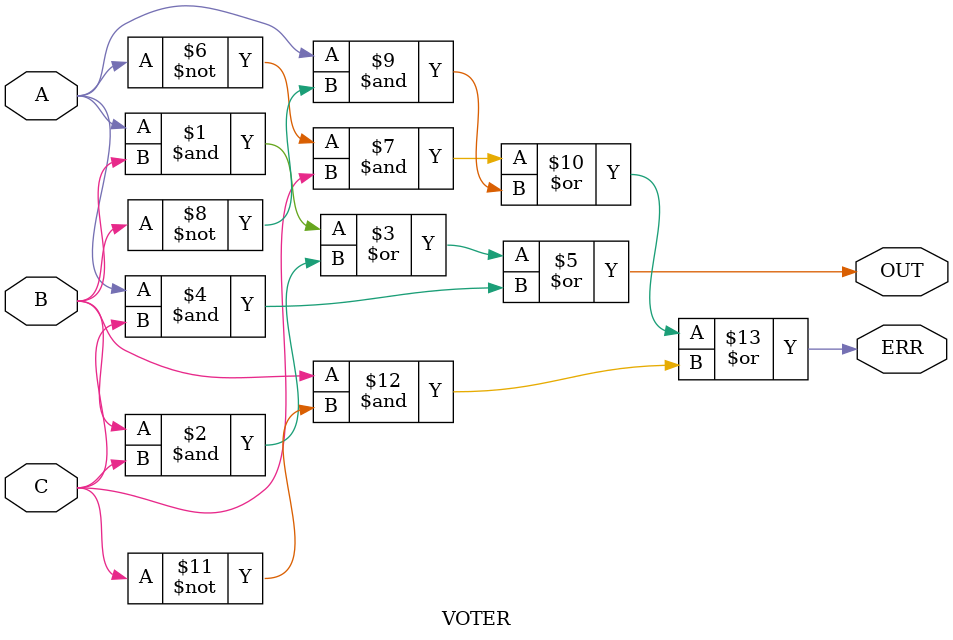
<source format=v>
(* keep *)
module VOTER (
    input A,
    input B,
    input C,
    output OUT,
    output ERR
);
    assign OUT = (A & B) | (B & C) | (A & C);
    assign ERR = (~A & C) | (A & ~B) | (B & ~C);
endmodule

</source>
